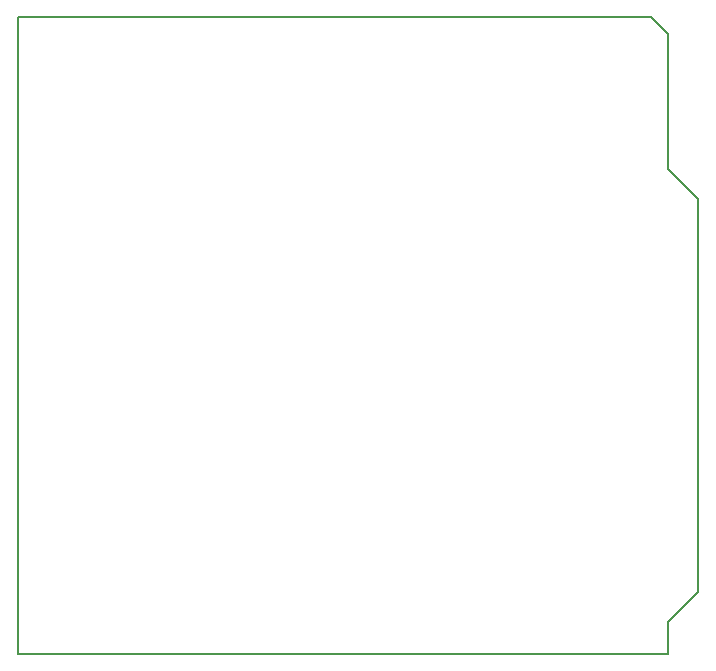
<source format=gbr>
G04 #@! TF.GenerationSoftware,KiCad,Pcbnew,(5.0.0)*
G04 #@! TF.CreationDate,2018-11-01T21:51:17+01:00*
G04 #@! TF.ProjectId,ATtiny85_Arduino_programmer,415474696E7938355F41726475696E6F,rev?*
G04 #@! TF.SameCoordinates,Original*
G04 #@! TF.FileFunction,Profile,NP*
%FSLAX46Y46*%
G04 Gerber Fmt 4.6, Leading zero omitted, Abs format (unit mm)*
G04 Created by KiCad (PCBNEW (5.0.0)) date 11/01/18 21:51:17*
%MOMM*%
%LPD*%
G01*
G04 APERTURE LIST*
%ADD10C,0.200000*%
G04 APERTURE END LIST*
D10*
X194786400Y-94267600D02*
X194786400Y-60993600D01*
X190824000Y-45601200D02*
X137230000Y-45601200D01*
X192246400Y-47023600D02*
X190824000Y-45601200D01*
X192246400Y-58453600D02*
X192246400Y-47023600D01*
X194786400Y-60993600D02*
X192246400Y-58453600D01*
X192246400Y-96807600D02*
X194786400Y-94267600D01*
X192246400Y-99500000D02*
X192246400Y-96807600D01*
X137230000Y-99500000D02*
X192246400Y-99500000D01*
X137230000Y-45601200D02*
X137230000Y-99500000D01*
M02*

</source>
